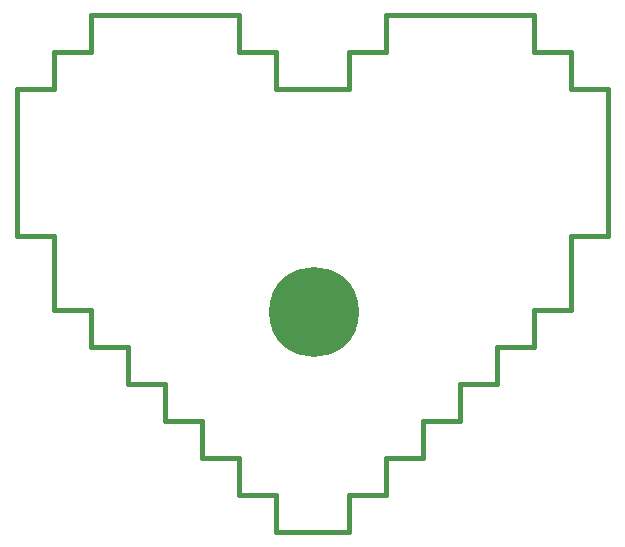
<source format=gtp>
G75*
%MOIN*%
%OFA0B0*%
%FSLAX25Y25*%
%IPPOS*%
%LPD*%
%AMOC8*
5,1,8,0,0,1.08239X$1,22.5*
%
%ADD10C,0.01600*%
%ADD11C,0.30000*%
D10*
X0087922Y0075619D02*
X0087922Y0087922D01*
X0075619Y0087922D01*
X0075619Y0100225D01*
X0063316Y0100225D01*
X0063316Y0124831D01*
X0051013Y0124831D01*
X0051013Y0174044D01*
X0063316Y0174044D01*
X0063316Y0186347D01*
X0075619Y0186347D01*
X0075619Y0198650D01*
X0124831Y0198650D01*
X0124831Y0186347D01*
X0137135Y0186347D01*
X0137135Y0174044D01*
X0161741Y0174044D01*
X0161741Y0186347D01*
X0174044Y0186347D01*
X0174044Y0198650D01*
X0223257Y0198650D01*
X0223257Y0186347D01*
X0235560Y0186347D01*
X0235560Y0174044D01*
X0247863Y0174044D01*
X0247863Y0124831D01*
X0235560Y0124831D01*
X0235560Y0100225D01*
X0223257Y0100225D01*
X0223257Y0087922D01*
X0210954Y0087922D01*
X0210954Y0075619D01*
X0198650Y0075619D01*
X0198650Y0063316D01*
X0186347Y0063316D01*
X0186347Y0051013D01*
X0174044Y0051013D01*
X0174044Y0038709D01*
X0161741Y0038709D01*
X0161741Y0026406D01*
X0137135Y0026406D01*
X0137135Y0038709D01*
X0124831Y0038709D01*
X0124831Y0051013D01*
X0112528Y0051013D01*
X0112528Y0063316D01*
X0100225Y0063316D01*
X0100225Y0075619D01*
X0087922Y0075619D01*
D11*
X0149822Y0099640D03*
M02*

</source>
